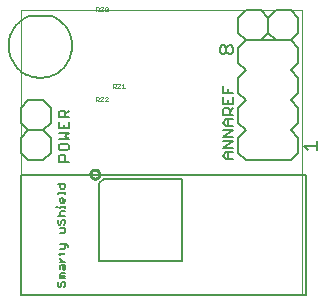
<source format=gto>
G75*
%MOIN*%
%OFA0B0*%
%FSLAX24Y24*%
%IPPOS*%
%LPD*%
%AMOC8*
5,1,8,0,0,1.08239X$1,22.5*
%
%ADD10C,0.0000*%
%ADD11C,0.0060*%
%ADD12C,0.0100*%
%ADD13C,0.0050*%
%ADD14C,0.0010*%
D10*
X000535Y000300D02*
X000535Y009796D01*
X009905Y009796D01*
X009905Y000300D01*
X000535Y000300D01*
D11*
X003155Y001420D02*
X003155Y004040D01*
X003295Y004180D01*
X005915Y004180D01*
X005915Y001420D01*
X003155Y001420D01*
X002135Y004750D02*
X001795Y004750D01*
X001795Y004920D01*
X001851Y004977D01*
X001965Y004977D01*
X002022Y004920D01*
X002022Y004750D01*
X002078Y005118D02*
X001851Y005118D01*
X001795Y005175D01*
X001795Y005288D01*
X001851Y005345D01*
X002078Y005345D01*
X002135Y005288D01*
X002135Y005175D01*
X002078Y005118D01*
X002135Y005487D02*
X001795Y005487D01*
X001795Y005713D02*
X002135Y005713D01*
X002022Y005600D01*
X002135Y005487D01*
X002135Y005855D02*
X001795Y005855D01*
X001795Y006082D01*
X001795Y006223D02*
X001795Y006393D01*
X001851Y006450D01*
X001965Y006450D01*
X002022Y006393D01*
X002022Y006223D01*
X002135Y006223D02*
X001795Y006223D01*
X002022Y006337D02*
X002135Y006450D01*
X002135Y006082D02*
X002135Y005855D01*
X001965Y005855D02*
X001965Y005968D01*
X001535Y006050D02*
X001285Y005800D01*
X001535Y005550D01*
X001535Y005050D01*
X001285Y004800D01*
X000785Y004800D01*
X000535Y005050D01*
X000535Y005550D01*
X000785Y005800D01*
X000535Y006050D01*
X000535Y006550D01*
X000785Y006800D01*
X001285Y006800D01*
X001535Y006550D01*
X001535Y006050D01*
X001285Y005800D02*
X000785Y005800D01*
X007265Y005793D02*
X007605Y005793D01*
X007265Y005567D01*
X007605Y005567D01*
X007605Y005425D02*
X007265Y005425D01*
X007265Y005198D02*
X007605Y005425D01*
X007785Y005550D02*
X008035Y005800D01*
X007785Y006050D01*
X007785Y006550D01*
X008035Y006800D01*
X007785Y007050D01*
X007785Y007550D01*
X008035Y007800D01*
X007785Y008050D01*
X007785Y008550D01*
X008035Y008800D01*
X008535Y008800D01*
X008785Y009050D01*
X009035Y008800D01*
X009535Y008800D01*
X009785Y009050D01*
X009785Y009550D01*
X009535Y009800D01*
X009035Y009800D01*
X008785Y009550D01*
X008785Y009050D01*
X008785Y009550D01*
X008535Y009800D01*
X008035Y009800D01*
X007785Y009550D01*
X007785Y009050D01*
X008035Y008800D01*
X009535Y008800D01*
X009785Y008550D01*
X009785Y008050D01*
X009535Y007800D01*
X009785Y007550D01*
X009785Y007050D01*
X009535Y006800D01*
X009785Y006550D01*
X009785Y006050D01*
X009535Y005800D01*
X009785Y005550D01*
X009785Y005050D01*
X009535Y004800D01*
X008035Y004800D01*
X007785Y005050D01*
X007785Y005550D01*
X007605Y005935D02*
X007378Y005935D01*
X007265Y006048D01*
X007378Y006162D01*
X007605Y006162D01*
X007605Y006303D02*
X007265Y006303D01*
X007265Y006473D01*
X007321Y006530D01*
X007435Y006530D01*
X007492Y006473D01*
X007492Y006303D01*
X007492Y006417D02*
X007605Y006530D01*
X007605Y006672D02*
X007605Y006898D01*
X007605Y007040D02*
X007265Y007040D01*
X007265Y007267D01*
X007435Y007153D02*
X007435Y007040D01*
X007265Y006898D02*
X007265Y006672D01*
X007605Y006672D01*
X007435Y006672D02*
X007435Y006785D01*
X007435Y006162D02*
X007435Y005935D01*
X007605Y005198D02*
X007265Y005198D01*
X007378Y005057D02*
X007605Y005057D01*
X007435Y005057D02*
X007435Y004830D01*
X007378Y004830D02*
X007265Y004943D01*
X007378Y005057D01*
X007378Y004830D02*
X007605Y004830D01*
D12*
X002855Y004330D02*
X002857Y004354D01*
X002863Y004378D01*
X002872Y004400D01*
X002885Y004420D01*
X002901Y004438D01*
X002920Y004453D01*
X002941Y004466D01*
X002963Y004474D01*
X002987Y004479D01*
X003011Y004480D01*
X003035Y004477D01*
X003058Y004470D01*
X003080Y004460D01*
X003100Y004446D01*
X003117Y004429D01*
X003132Y004410D01*
X003143Y004389D01*
X003151Y004366D01*
X003155Y004342D01*
X003155Y004318D01*
X003151Y004294D01*
X003143Y004271D01*
X003132Y004250D01*
X003117Y004231D01*
X003100Y004214D01*
X003080Y004200D01*
X003058Y004190D01*
X003035Y004183D01*
X003011Y004180D01*
X002987Y004181D01*
X002963Y004186D01*
X002941Y004194D01*
X002920Y004207D01*
X002901Y004222D01*
X002885Y004240D01*
X002872Y004260D01*
X002863Y004282D01*
X002857Y004306D01*
X002855Y004330D01*
D13*
X000535Y000300D02*
X010035Y000300D01*
X010035Y004300D01*
X000535Y004300D01*
X000535Y000300D01*
X001760Y000617D02*
X001802Y000575D01*
X001843Y000575D01*
X001885Y000617D01*
X001885Y000700D01*
X001927Y000742D01*
X001968Y000742D01*
X002010Y000700D01*
X002010Y000617D01*
X001968Y000575D01*
X001760Y000617D02*
X001760Y000700D01*
X001802Y000742D01*
X001843Y000851D02*
X001843Y000893D01*
X001885Y000935D01*
X001843Y000976D01*
X001885Y001018D01*
X002010Y001018D01*
X002010Y000935D02*
X001885Y000935D01*
X001843Y000851D02*
X002010Y000851D01*
X001968Y001127D02*
X001927Y001169D01*
X001927Y001294D01*
X001885Y001294D02*
X002010Y001294D01*
X002010Y001169D01*
X001968Y001127D01*
X001843Y001169D02*
X001843Y001253D01*
X001885Y001294D01*
X001927Y001404D02*
X001843Y001487D01*
X001843Y001529D01*
X001843Y001634D02*
X001843Y001717D01*
X001802Y001676D02*
X001968Y001676D01*
X002010Y001717D01*
X001968Y001818D02*
X001843Y001818D01*
X001968Y001818D02*
X002010Y001860D01*
X002010Y001985D01*
X002052Y001985D02*
X001843Y001985D01*
X002052Y001985D02*
X002093Y001943D01*
X002093Y001901D01*
X001968Y002371D02*
X001843Y002371D01*
X001968Y002371D02*
X002010Y002412D01*
X002010Y002537D01*
X001843Y002537D01*
X001843Y002647D02*
X001802Y002647D01*
X001760Y002688D01*
X001760Y002772D01*
X001802Y002814D01*
X001885Y002772D02*
X001885Y002688D01*
X001843Y002647D01*
X001968Y002647D02*
X002010Y002688D01*
X002010Y002772D01*
X001968Y002814D01*
X001927Y002814D01*
X001885Y002772D01*
X001885Y002923D02*
X001843Y002965D01*
X001843Y003048D01*
X001885Y003090D01*
X002010Y003090D01*
X002010Y003199D02*
X002010Y003283D01*
X002010Y003241D02*
X001843Y003241D01*
X001843Y003199D01*
X001760Y003241D02*
X001718Y003241D01*
X001885Y003383D02*
X001843Y003425D01*
X001843Y003508D01*
X001885Y003550D01*
X001927Y003550D01*
X001927Y003383D01*
X001968Y003383D02*
X001885Y003383D01*
X001968Y003383D02*
X002010Y003425D01*
X002010Y003508D01*
X002010Y003660D02*
X002010Y003743D01*
X002010Y003701D02*
X001760Y003701D01*
X001760Y003660D01*
X001885Y003844D02*
X001843Y003885D01*
X001843Y004011D01*
X001760Y004011D02*
X002010Y004011D01*
X002010Y003885D01*
X001968Y003844D01*
X001885Y003844D01*
X001760Y002923D02*
X002010Y002923D01*
X002010Y001404D02*
X001843Y001404D01*
X007235Y008325D02*
X007310Y008325D01*
X007385Y008400D01*
X007385Y008550D01*
X007460Y008625D01*
X007535Y008625D01*
X007610Y008550D01*
X007610Y008400D01*
X007535Y008325D01*
X007460Y008325D01*
X007385Y008400D01*
X007385Y008550D02*
X007310Y008625D01*
X007235Y008625D01*
X007160Y008550D01*
X007160Y008400D01*
X007235Y008325D01*
X010410Y005425D02*
X010410Y005125D01*
X010410Y005275D02*
X009960Y005275D01*
X010110Y005125D01*
X001579Y009584D02*
X000791Y009584D01*
X000732Y009558D01*
X000675Y009529D01*
X000620Y009497D01*
X000566Y009461D01*
X000515Y009422D01*
X000467Y009379D01*
X000421Y009334D01*
X000378Y009287D01*
X000337Y009237D01*
X000300Y009184D01*
X000267Y009129D01*
X000236Y009073D01*
X000209Y009014D01*
X000186Y008954D01*
X000166Y008893D01*
X000150Y008831D01*
X000138Y008767D01*
X000130Y008704D01*
X000126Y008640D01*
X000125Y008575D01*
X000129Y008511D01*
X000136Y008447D01*
X000147Y008384D01*
X000162Y008321D01*
X000181Y008260D01*
X000204Y008199D01*
X000230Y008141D01*
X000259Y008084D01*
X000292Y008028D01*
X000329Y007975D01*
X000368Y007925D01*
X000411Y007876D01*
X000456Y007831D01*
X000504Y007788D01*
X000554Y007748D01*
X000607Y007711D01*
X000662Y007678D01*
X000719Y007648D01*
X000778Y007621D01*
X000838Y007598D01*
X000899Y007579D01*
X000962Y007564D01*
X001025Y007552D01*
X001089Y007544D01*
X001153Y007540D01*
X001217Y007540D01*
X001281Y007544D01*
X001345Y007552D01*
X001408Y007564D01*
X001471Y007579D01*
X001532Y007598D01*
X001592Y007621D01*
X001651Y007648D01*
X001708Y007678D01*
X001763Y007711D01*
X001816Y007748D01*
X001866Y007788D01*
X001914Y007831D01*
X001959Y007876D01*
X002002Y007925D01*
X002041Y007975D01*
X002078Y008028D01*
X002111Y008084D01*
X002140Y008141D01*
X002166Y008199D01*
X002189Y008260D01*
X002208Y008321D01*
X002223Y008384D01*
X002234Y008447D01*
X002241Y008511D01*
X002245Y008575D01*
X002244Y008640D01*
X002240Y008704D01*
X002232Y008767D01*
X002220Y008831D01*
X002204Y008893D01*
X002184Y008954D01*
X002161Y009014D01*
X002134Y009073D01*
X002103Y009129D01*
X002070Y009184D01*
X002033Y009237D01*
X001992Y009287D01*
X001949Y009334D01*
X001903Y009379D01*
X001855Y009422D01*
X001804Y009461D01*
X001750Y009497D01*
X001695Y009529D01*
X001638Y009558D01*
X001579Y009584D01*
D14*
X003040Y009755D02*
X003040Y009905D01*
X003115Y009905D01*
X003140Y009880D01*
X003140Y009830D01*
X003115Y009805D01*
X003040Y009805D01*
X003090Y009805D02*
X003140Y009755D01*
X003187Y009755D02*
X003287Y009855D01*
X003287Y009880D01*
X003262Y009905D01*
X003212Y009905D01*
X003187Y009880D01*
X003187Y009755D02*
X003287Y009755D01*
X003335Y009780D02*
X003435Y009880D01*
X003435Y009780D01*
X003410Y009755D01*
X003360Y009755D01*
X003335Y009780D01*
X003335Y009880D01*
X003360Y009905D01*
X003410Y009905D01*
X003435Y009880D01*
X003598Y007345D02*
X003673Y007345D01*
X003698Y007320D01*
X003698Y007270D01*
X003673Y007245D01*
X003598Y007245D01*
X003598Y007195D02*
X003598Y007345D01*
X003648Y007245D02*
X003698Y007195D01*
X003745Y007195D02*
X003846Y007295D01*
X003846Y007320D01*
X003820Y007345D01*
X003770Y007345D01*
X003745Y007320D01*
X003745Y007195D02*
X003846Y007195D01*
X003893Y007195D02*
X003993Y007195D01*
X003943Y007195D02*
X003943Y007345D01*
X003893Y007295D01*
X003435Y006880D02*
X003410Y006905D01*
X003360Y006905D01*
X003335Y006880D01*
X003287Y006880D02*
X003262Y006905D01*
X003212Y006905D01*
X003187Y006880D01*
X003140Y006880D02*
X003140Y006830D01*
X003115Y006805D01*
X003040Y006805D01*
X003040Y006755D02*
X003040Y006905D01*
X003115Y006905D01*
X003140Y006880D01*
X003090Y006805D02*
X003140Y006755D01*
X003187Y006755D02*
X003287Y006855D01*
X003287Y006880D01*
X003287Y006755D02*
X003187Y006755D01*
X003335Y006755D02*
X003435Y006855D01*
X003435Y006880D01*
X003435Y006755D02*
X003335Y006755D01*
M02*

</source>
